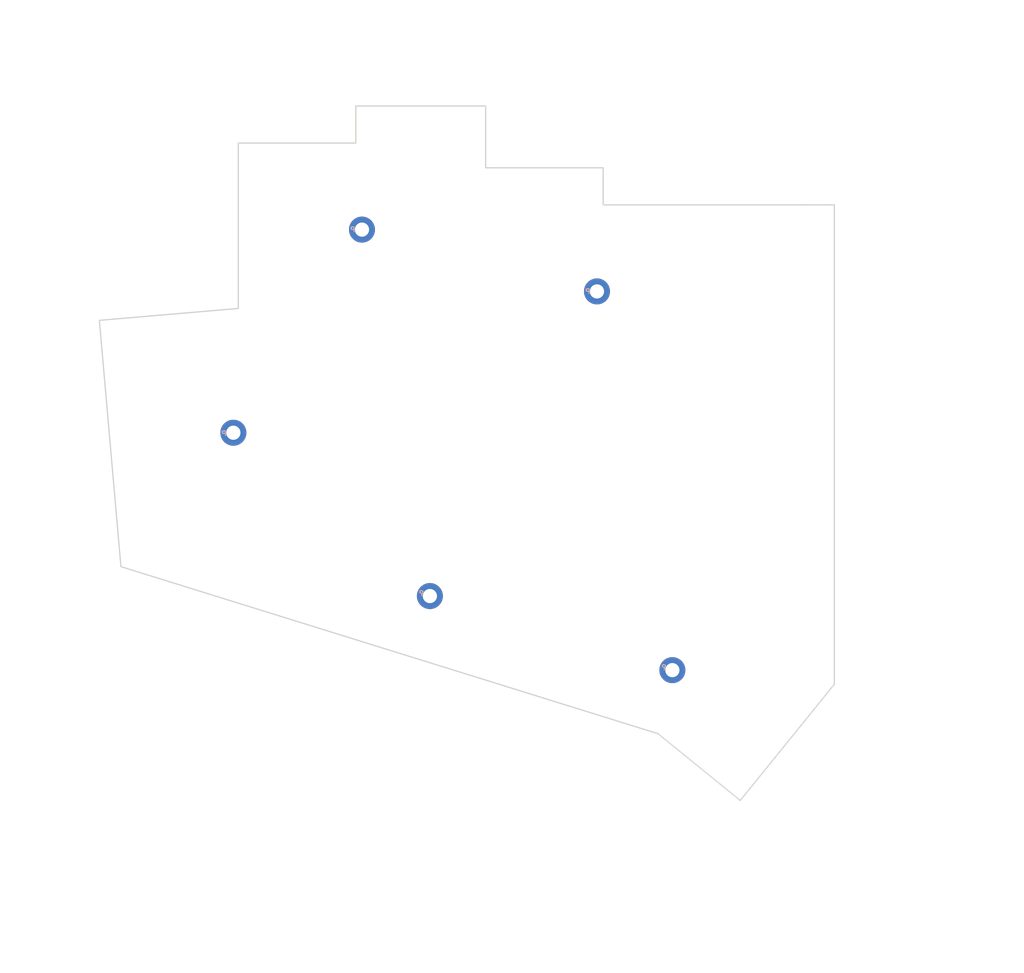
<source format=kicad_pcb>
(kicad_pcb (version 20171130) (host pcbnew "(5.1.8)-1")

  (general
    (thickness 1.6)
    (drawings 16)
    (tracks 0)
    (zones 0)
    (modules 5)
    (nets 2)
  )

  (page A3)
  (title_block
    (title "Amber bottom plate")
    (rev v2)
    (company YOUR_NAME_HERE)
  )

  (layers
    (0 F.Cu signal)
    (31 B.Cu signal)
    (32 B.Adhes user)
    (33 F.Adhes user)
    (34 B.Paste user)
    (35 F.Paste user)
    (36 B.SilkS user)
    (37 F.SilkS user)
    (38 B.Mask user)
    (39 F.Mask user)
    (40 Dwgs.User user)
    (41 Cmts.User user)
    (42 Eco1.User user)
    (43 Eco2.User user)
    (44 Edge.Cuts user)
    (45 Margin user)
    (46 B.CrtYd user)
    (47 F.CrtYd user)
    (48 B.Fab user)
    (49 F.Fab user)
  )

  (setup
    (last_trace_width 0.254)
    (user_trace_width 0.254)
    (user_trace_width 0.381)
    (trace_clearance 0.254)
    (zone_clearance 0.508)
    (zone_45_only no)
    (trace_min 0.2032)
    (via_size 0.8)
    (via_drill 0.4)
    (via_min_size 0.508)
    (via_min_drill 0.381)
    (uvia_size 0.3)
    (uvia_drill 0.1016)
    (uvias_allowed no)
    (uvia_min_size 0.2032)
    (uvia_min_drill 0.1016)
    (edge_width 0.05)
    (segment_width 0.2)
    (pcb_text_width 0.3)
    (pcb_text_size 1.5 1.5)
    (mod_edge_width 0.12)
    (mod_text_size 1 1)
    (mod_text_width 0.15)
    (pad_size 1.524 1.524)
    (pad_drill 0.8128)
    (pad_to_mask_clearance 0.05)
    (aux_axis_origin 0 0)
    (visible_elements 7FFFFFFF)
    (pcbplotparams
      (layerselection 0x010fc_ffffffff)
      (usegerberextensions false)
      (usegerberattributes true)
      (usegerberadvancedattributes true)
      (creategerberjobfile true)
      (excludeedgelayer true)
      (linewidth 0.100000)
      (plotframeref false)
      (viasonmask false)
      (mode 1)
      (useauxorigin false)
      (hpglpennumber 1)
      (hpglpenspeed 20)
      (hpglpendiameter 15.000000)
      (psnegative false)
      (psa4output false)
      (plotreference true)
      (plotvalue false)
      (plotinvisibletext false)
      (padsonsilk false)
      (subtractmaskfromsilk false)
      (outputformat 1)
      (mirror false)
      (drillshape 0)
      (scaleselection 1)
      (outputdirectory "gerber/"))
  )

  (net 0 "")
  (net 1 GND)

  (net_class Default "This is the default net class."
    (clearance 0.254)
    (trace_width 0.254)
    (via_dia 0.8)
    (via_drill 0.4)
    (uvia_dia 0.3)
    (uvia_drill 0.1016)
    (diff_pair_width 0.2032)
    (diff_pair_gap 0.25)
  )

  (module kbd:M2_Hole_TH locked (layer F.Cu) (tedit 5F7666C1) (tstamp 0)
    (at 67.432076 -33.151949)
    (fp_text reference P1 (at 0 0) (layer F.SilkS) hide
      (effects (font (size 1.27 1.27) (thickness 0.15)))
    )
    (fp_text value "" (at 0 0) (layer F.SilkS) hide
      (effects (font (size 1.27 1.27) (thickness 0.15)))
    )
    (fp_text user P (at -1.5 0) (layer B.SilkS)
      (effects (font (size 0.8 0.8) (thickness 0.15)) (justify mirror))
    )
    (pad "" thru_hole circle (at 0 0) (size 4.2 4.2) (drill 2.3) (layers *.Cu *.Mask))
  )

  (module kbd:M2_Hole_TH locked (layer F.Cu) (tedit 5F7666C1) (tstamp 0)
    (at 40.412724 16.131963 343)
    (fp_text reference P4 (at 0 0) (layer F.SilkS) hide
      (effects (font (size 1.27 1.27) (thickness 0.15)))
    )
    (fp_text value "" (at 0 0) (layer F.SilkS) hide
      (effects (font (size 1.27 1.27) (thickness 0.15)))
    )
    (fp_text user P (at -1.5 0 343) (layer B.SilkS)
      (effects (font (size 0.8 0.8) (thickness 0.15)) (justify mirror))
    )
    (pad "" thru_hole circle (at 0 0 343) (size 4.2 4.2) (drill 2.3) (layers *.Cu *.Mask))
  )

  (module kbd:M2_Hole_TH locked (layer F.Cu) (tedit 5F7666C1) (tstamp 0)
    (at 8.63587 -10.291829 5)
    (fp_text reference P3 (at 0 0) (layer F.SilkS) hide
      (effects (font (size 1.27 1.27) (thickness 0.15)))
    )
    (fp_text value "" (at 0 0) (layer F.SilkS) hide
      (effects (font (size 1.27 1.27) (thickness 0.15)))
    )
    (fp_text user P (at -1.5 0 5) (layer B.SilkS)
      (effects (font (size 0.8 0.8) (thickness 0.15)) (justify mirror))
    )
    (pad "" thru_hole circle (at 0 0 5) (size 4.2 4.2) (drill 2.3) (layers *.Cu *.Mask))
  )

  (module kbd:M2_Hole_TH locked (layer F.Cu) (tedit 5F7666C1) (tstamp 0)
    (at 79.621219 28.119203 343)
    (fp_text reference P5 (at 0 0) (layer F.SilkS) hide
      (effects (font (size 1.27 1.27) (thickness 0.15)))
    )
    (fp_text value "" (at 0 0) (layer F.SilkS) hide
      (effects (font (size 1.27 1.27) (thickness 0.15)))
    )
    (fp_text user P (at -1.5 0 343) (layer B.SilkS)
      (effects (font (size 0.8 0.8) (thickness 0.15)) (justify mirror))
    )
    (pad "" thru_hole circle (at 0 0 343) (size 4.2 4.2) (drill 2.3) (layers *.Cu *.Mask))
  )

  (module kbd:M2_Hole_TH locked (layer F.Cu) (tedit 5F7666C1) (tstamp 0)
    (at 29.432076 -43.151949)
    (fp_text reference P2 (at 0 0) (layer F.SilkS) hide
      (effects (font (size 1.27 1.27) (thickness 0.15)))
    )
    (fp_text value "" (at 0 0) (layer F.SilkS) hide
      (effects (font (size 1.27 1.27) (thickness 0.15)))
    )
    (fp_text user P (at -1.5 0) (layer B.SilkS)
      (effects (font (size 0.8 0.8) (thickness 0.15)) (justify mirror))
    )
    (pad "" thru_hole circle (at 0 0) (size 4.2 4.2) (drill 2.3) (layers *.Cu *.Mask))
  )

  (gr_line (start 105.81798 30.4) (end 105.81798 -9.5) (layer Edge.Cuts) (width 0.2) (tstamp 6020B984))
  (gr_line (start 105.81798 -47.151948) (end 100.7 -47.151948) (layer Edge.Cuts) (width 0.2) (tstamp 60210E56))
  (gr_line (start 105.81798 -9.5) (end 105.81798 -47.151948) (layer Edge.Cuts) (width 0.2))
  (gr_line (start 77.3 38.4) (end 90.602251 49.197142) (layer Edge.Cuts) (width 0.2))
  (gr_line (start 90.602251 49.197142) (end 105.81798 30.4) (layer Edge.Cuts) (width 0.2))
  (gr_line (start -9.544909 11.375179) (end 77.3 38.4) (layer Edge.Cuts) (width 0.2))
  (gr_line (start 68.432076 -47.151948) (end 100.7 -47.151948) (layer Edge.Cuts) (width 0.2))
  (gr_line (start 68.432076 -53.151948) (end 68.432076 -47.151948) (layer Edge.Cuts) (width 0.2))
  (gr_line (start 49.432076 -53.151948) (end 68.432076 -53.151948) (layer Edge.Cuts) (width 0.2))
  (gr_line (start 28.432076 -57.151948) (end 28.432076 -63.151948) (layer Edge.Cuts) (width 0.2))
  (gr_line (start 49.432076 -63.151948) (end 49.432076 -53.151948) (layer Edge.Cuts) (width 0.2))
  (gr_line (start 28.432076 -63.151948) (end 49.432076 -63.151948) (layer Edge.Cuts) (width 0.2))
  (gr_line (start 9.432076 -57.151948) (end 28.432076 -57.151948) (layer Edge.Cuts) (width 0.2))
  (gr_line (start 9.432076 -30.4) (end 9.432076 -57.151948) (layer Edge.Cuts) (width 0.2))
  (gr_line (start -13.031138 -28.472608) (end 9.432076 -30.4) (layer Edge.Cuts) (width 0.2))
  (gr_line (start -13.031138 -28.472608) (end -9.544909 11.375179) (layer Edge.Cuts) (width 0.2))

  (zone (net 1) (net_name GND) (layer F.Cu) (tstamp 604DED0D) (hatch edge 0.508)
    (connect_pads (clearance 0.508))
    (min_thickness 0.254)
    (fill yes (arc_segments 32) (thermal_gap 0.508) (thermal_bridge_width 0.508))
    (polygon
      (pts
        (xy 127.6 -70.5) (xy 130.4 33.1) (xy 120.2 64.8) (xy -24 13.7) (xy -19.2 -77.9)
      )
    )
  )
  (zone (net 1) (net_name GND) (layer B.Cu) (tstamp 604DED0A) (hatch edge 0.508)
    (connect_pads (clearance 0.508))
    (min_thickness 0.254)
    (fill yes (arc_segments 32) (thermal_gap 0.508) (thermal_bridge_width 0.508))
    (polygon
      (pts
        (xy 130.6 -72.1) (xy 136.5 19.3) (xy 105.4 77.1) (xy -29.1 13.4) (xy -25.3 -80.3)
      )
    )
  )
)

</source>
